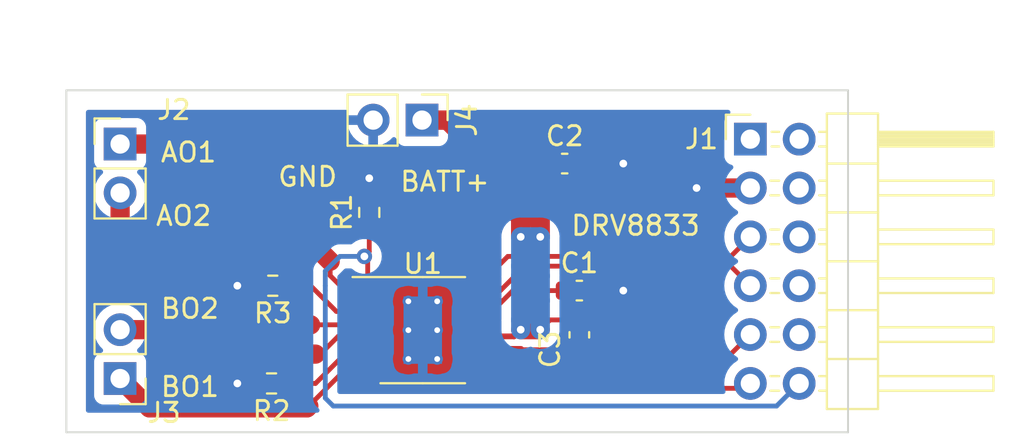
<source format=kicad_pcb>
(kicad_pcb (version 20221018) (generator pcbnew)
  (layers (0 "F.Cu" signal) (31 "B.Cu" signal) (34 "B.Paste" user) (35 "F.Paste" user) (36 "B.SilkS" user "B.Silkscreen") (37 "F.SilkS" user "F.Silkscreen") (38 "B.Mask" user) (39 "F.Mask" user) (44 "Edge.Cuts" user))
  (net 0 "")
  (net 1 "GND")
  (net 3 "Net-(J1-Pin_9)")
  (net 5 "Net-(J1-Pin_5)")
  (net 7 "Net-(J1-Pin_7)")
  (net 10 "Net-(J1-Pin_11)")
  (net 11 "Net-(U1-VINT)")
  (net 12 "+BATT")
  (net 13 "+3.3V")
  (net 14 "nSLEEP")
  (net 15 "Net-(J2-Pin_1)")
  (net 16 "Net-(J2-Pin_2)")
  (net 17 "Net-(J3-Pin_1)")
  (net 18 "Net-(J3-Pin_2)")
  (net 19 "Net-(U1-AISEN)")
  (net 20 "Net-(U1-BISEN)")
  (net 22 "Net-(U1-VCP)")
  (footprint "Resistor_SMD:R_0603_1608Metric" (layer "F.Cu") (at 114.808 62.23 90)
    (fp_text reference "R1" (at 0 -1.43 90) (layer "F.SilkS"))
    (fp_text value "10k")
    (fp_line (start -0.237258 -0.5225) (end 0.237258 -0.5225) (stroke (width 0.12)) (layer "F.SilkS"))
    (fp_line (start -0.237258 0.5225) (end 0.237258 0.5225) (stroke (width 0.12)) (layer "F.SilkS"))
    (pad "1" smd roundrect (at -0.825 0 90) (size 0.8 0.95) (layers "F.Cu" "F.Paste" "F.Mask") (net 14 "nSLEEP"))
    (pad "2" smd roundrect (at 0.825 0 90) (size 0.8 0.95) (layers "F.Cu" "F.Paste" "F.Mask") (net 1 "GND"))
  )
  (footprint "Connector_PinHeader_2.54mm:PinHeader_2x06_P2.54mm_Horizontal" (layer "F.Cu") (at 134.62 58.42)
    (fp_text reference "J1" (at -2.54 0) (layer "F.SilkS"))
    (fp_text value "Conn_02x06_Odd_Even")
    (fp_line (start -1.27 -1.27) (end 0 -1.27) (stroke (width 0.12)) (layer "F.SilkS"))
    (fp_line (start -1.27 0) (end -1.27 -1.27) (stroke (width 0.12)) (layer "F.SilkS"))
    (fp_line (start 1.042929 2.16) (end 1.497071 2.16) (stroke (width 0.12)) (layer "F.SilkS"))
    (fp_line (start 1.042929 2.92) (end 1.497071 2.92) (stroke (width 0.12)) (layer "F.SilkS"))
    (fp_line (start 1.042929 4.7) (end 1.497071 4.7) (stroke (width 0.12)) (layer "F.SilkS"))
    (fp_line (start 1.042929 5.46) (end 1.497071 5.46) (stroke (width 0.12)) (layer "F.SilkS"))
    (fp_line (start 1.042929 7.24) (end 1.497071 7.24) (stroke (width 0.12)) (layer "F.SilkS"))
    (fp_line (start 1.042929 8) (end 1.497071 8) (stroke (width 0.12)) (layer "F.SilkS"))
    (fp_line (start 1.042929 9.78) (end 1.497071 9.78) (stroke (width 0.12)) (layer "F.SilkS"))
    (fp_line (start 1.042929 10.54) (end 1.497071 10.54) (stroke (width 0.12)) (layer "F.SilkS"))
    (fp_line (start 1.042929 12.32) (end 1.497071 12.32) (stroke (width 0.12)) (layer "F.SilkS"))
    (fp_line (start 1.042929 13.08) (end 1.497071 13.08) (stroke (width 0.12)) (layer "F.SilkS"))
    (fp_line (start 1.11 -0.38) (end 1.497071 -0.38) (stroke (width 0.12)) (layer "F.SilkS"))
    (fp_line (start 1.11 0.38) (end 1.497071 0.38) (stroke (width 0.12)) (layer "F.SilkS"))
    (fp_line (start 3.582929 -0.38) (end 3.98 -0.38) (stroke (width 0.12)) (layer "F.SilkS"))
    (fp_line (start 3.582929 0.38) (end 3.98 0.38) (stroke (width 0.12)) (layer "F.SilkS"))
    (fp_line (start 3.582929 2.16) (end 3.98 2.16) (stroke (width 0.12)) (layer "F.SilkS"))
    (fp_line (start 3.582929 2.92) (end 3.98 2.92) (stroke (width 0.12)) (layer "F.SilkS"))
    (fp_line (start 3.582929 4.7) (end 3.98 4.7) (stroke (width 0.12)) (layer "F.SilkS"))
    (fp_line (start 3.582929 5.46) (end 3.98 5.46) (stroke (width 0.12)) (layer "F.SilkS"))
    (fp_line (start 3.582929 7.24) (end 3.98 7.24) (stroke (width 0.12)) (layer "F.SilkS"))
    (fp_line (start 3.582929 8) (end 3.98 8) (stroke (width 0.12)) (layer "F.SilkS"))
    (fp_line (start 3.582929 9.78) (end 3.98 9.78) (stroke (width 0.12)) (layer "F.SilkS"))
    (fp_line (start 3.582929 10.54) (end 3.98 10.54) (stroke (width 0.12)) (layer "F.SilkS"))
    (fp_line (start 3.582929 12.32) (end 3.98 12.32) (stroke (width 0.12)) (layer "F.SilkS"))
    (fp_line (start 3.582929 13.08) (end 3.98 13.08) (stroke (width 0.12)) (layer "F.SilkS"))
    (fp_line (start 3.98 -1.33) (end 3.98 14.03) (stroke (width 0.12)) (layer "F.SilkS"))
    (fp_line (start 3.98 1.27) (end 6.64 1.27) (stroke (width 0.12)) (layer "F.SilkS"))
    (fp_line (start 3.98 3.81) (end 6.64 3.81) (stroke (width 0.12)) (layer "F.SilkS"))
    (fp_line (start 3.98 6.35) (end 6.64 6.35) (stroke (width 0.12)) (layer "F.SilkS"))
    (fp_line (start 3.98 8.89) (end 6.64 8.89) (stroke (width 0.12)) (layer "F.SilkS"))
    (fp_line (start 3.98 11.43) (end 6.64 11.43) (stroke (width 0.12)) (layer "F.SilkS"))
    (fp_line (start 3.98 14.03) (end 6.64 14.03) (stroke (width 0.12)) (layer "F.SilkS"))
    (fp_line (start 6.64 -1.33) (end 3.98 -1.33) (stroke (width 0.12)) (layer "F.SilkS"))
    (fp_line (start 6.64 -0.38) (end 12.64 -0.38) (stroke (width 0.12)) (layer "F.SilkS"))
    (fp_line (start 6.64 -0.32) (end 12.64 -0.32) (stroke (width 0.12)) (layer "F.SilkS"))
    (fp_line (start 6.64 -0.2) (end 12.64 -0.2) (stroke (width 0.12)) (layer "F.SilkS"))
    (fp_line (start 6.64 -0.08) (end 12.64 -0.08) (stroke (width 0.12)) (layer "F.SilkS"))
    (fp_line (start 6.64 0.04) (end 12.64 0.04) (stroke (width 0.12)) (layer "F.SilkS"))
    (fp_line (start 6.64 0.16) (end 12.64 0.16) (stroke (width 0.12)) (layer "F.SilkS"))
    (fp_line (start 6.64 0.28) (end 12.64 0.28) (stroke (width 0.12)) (layer "F.SilkS"))
    (fp_line (start 6.64 2.16) (end 12.64 2.16) (stroke (width 0.12)) (layer "F.SilkS"))
    (fp_line (start 6.64 4.7) (end 12.64 4.7) (stroke (width 0.12)) (layer "F.SilkS"))
    (fp_line (start 6.64 7.24) (end 12.64 7.24) (stroke (width 0.12)) (layer "F.SilkS"))
    (fp_line (start 6.64 9.78) (end 12.64 9.78) (stroke (width 0.12)) (layer "F.SilkS"))
    (fp_line (start 6.64 12.32) (end 12.64 12.32) (stroke (width 0.12)) (layer "F.SilkS"))
    (fp_line (start 6.64 14.03) (end 6.64 -1.33) (stroke (width 0.12)) (layer "F.SilkS"))
    (fp_line (start 12.64 -0.38) (end 12.64 0.38) (stroke (width 0.12)) (layer "F.SilkS"))
    (fp_line (start 12.64 0.38) (end 6.64 0.38) (stroke (width 0.12)) (layer "F.SilkS"))
    (fp_line (start 12.64 2.16) (end 12.64 2.92) (stroke (width 0.12)) (layer "F.SilkS"))
    (fp_line (start 12.64 2.92) (end 6.64 2.92) (stroke (width 0.12)) (layer "F.SilkS"))
    (fp_line (start 12.64 4.7) (end 12.64 5.46) (stroke (width 0.12)) (layer "F.SilkS"))
    (fp_line (start 12.64 5.46) (end 6.64 5.46) (stroke (width 0.12)) (layer "F.SilkS"))
    (fp_line (start 12.64 7.24) (end 12.64 8) (stroke (width 0.12)) (layer "F.SilkS"))
    (fp_line (start 12.64 8) (end 6.64 8) (stroke (width 0.12)) (layer "F.SilkS"))
    (fp_line (start 12.64 9.78) (end 12.64 10.54) (stroke (width 0.12)) (layer "F.SilkS"))
    (fp_line (start 12.64 10.54) (end 6.64 10.54) (stroke (width 0.12)) (layer "F.SilkS"))
    (fp_line (start 12.64 12.32) (end 12.64 13.08) (stroke (width 0.12)) (layer "F.SilkS"))
    (fp_line (start 12.64 13.08) (end 6.64 13.08) (stroke (width 0.12)) (layer "F.SilkS"))
    (pad "1" thru_hole rect (at 0 0) (size 1.7 1.7) (drill 1) (layers "*.Cu" "*.Mask") (net 13 "+3.3V"))
    (pad "2" thru_hole oval (at 2.54 0) (size 1.7 1.7) (drill 1) (layers "*.Cu" "*.Mask"))
    (pad "3" thru_hole oval (at 0 2.54) (size 1.7 1.7) (drill 1) (layers "*.Cu" "*.Mask") (net 1 "GND"))
    (pad "4" thru_hole oval (at 2.54 2.54) (size 1.7 1.7) (drill 1) (layers "*.Cu" "*.Mask"))
    (pad "5" thru_hole oval (at 0 5.08) (size 1.7 1.7) (drill 1) (layers "*.Cu" "*.Mask") (net 5 "Net-(J1-Pin_5)"))
    (pad "6" thru_hole oval (at 2.54 5.08) (size 1.7 1.7) (drill 1) (layers "*.Cu" "*.Mask"))
    (pad "7" thru_hole oval (at 0 7.62) (size 1.7 1.7) (drill 1) (layers "*.Cu" "*.Mask") (net 7 "Net-(J1-Pin_7)"))
    (pad "8" thru_hole oval (at 2.54 7.62) (size 1.7 1.7) (drill 1) (layers "*.Cu" "*.Mask"))
    (pad "9" thru_hole oval (at 0 10.16) (size 1.7 1.7) (drill 1) (layers "*.Cu" "*.Mask") (net 3 "Net-(J1-Pin_9)"))
    (pad "10" thru_hole oval (at 2.54 10.16) (size 1.7 1.7) (drill 1) (layers "*.Cu" "*.Mask"))
    (pad "11" thru_hole oval (at 0 12.7) (size 1.7 1.7) (drill 1) (layers "*.Cu" "*.Mask") (net 10 "Net-(J1-Pin_11)"))
    (pad "12" thru_hole oval (at 2.54 12.7) (size 1.7 1.7) (drill 1) (layers "*.Cu" "*.Mask") (net 14 "nSLEEP"))
  )
  (footprint "Resistor_SMD:R_0603_1608Metric" (layer "F.Cu") (at 109.728 71.12 180)
    (fp_text reference "R2" (at 0 -1.43) (layer "F.SilkS"))
    (fp_text value "0")
    (fp_line (start -0.237258 -0.5225) (end 0.237258 -0.5225) (stroke (width 0.12)) (layer "F.SilkS"))
    (fp_line (start -0.237258 0.5225) (end 0.237258 0.5225) (stroke (width 0.12)) (layer "F.SilkS"))
    (pad "1" smd roundrect (at -0.825 0 180) (size 0.8 0.95) (layers "F.Cu" "F.Paste" "F.Mask") (net 20 "Net-(U1-BISEN)"))
    (pad "2" smd roundrect (at 0.825 0 180) (size 0.8 0.95) (layers "F.Cu" "F.Paste" "F.Mask") (net 1 "GND"))
  )
  (footprint "Connector_PinHeader_2.54mm:PinHeader_1x02_P2.54mm_Vertical" (layer "F.Cu") (at 101.854 70.866 180)
    (fp_text reference "J3" (at -2.286 -1.778) (layer "F.SilkS"))
    (fp_text value "Conn_01x02_Pin")
    (fp_line (start -1.33 -1.33) (end 0 -1.33) (stroke (width 0.12)) (layer "F.SilkS"))
    (fp_line (start -1.33 0) (end -1.33 -1.33) (stroke (width 0.12)) (layer "F.SilkS"))
    (fp_line (start -1.33 1.27) (end -1.33 3.87) (stroke (width 0.12)) (layer "F.SilkS"))
    (fp_line (start -1.33 1.27) (end 1.33 1.27) (stroke (width 0.12)) (layer "F.SilkS"))
    (fp_line (start -1.33 3.87) (end 1.33 3.87) (stroke (width 0.12)) (layer "F.SilkS"))
    (fp_line (start 1.33 1.27) (end 1.33 3.87) (stroke (width 0.12)) (layer "F.SilkS"))
    (pad "1" thru_hole rect (at 0 0 180) (size 1.7 1.7) (drill 1) (layers "*.Cu" "*.Mask") (net 17 "Net-(J3-Pin_1)"))
    (pad "2" thru_hole oval (at 0 2.54 180) (size 1.7 1.7) (drill 1) (layers "*.Cu" "*.Mask") (net 18 "Net-(J3-Pin_2)"))
  )
  (footprint "Capacitor_SMD:C_0603_1608Metric" (layer "F.Cu") (at 124.968 59.69)
    (fp_text reference "C2" (at 0 -1.43) (layer "F.SilkS"))
    (fp_text value "10u")
    (fp_line (start -0.14058 -0.51) (end 0.14058 -0.51) (stroke (width 0.12)) (layer "F.SilkS"))
    (fp_line (start -0.14058 0.51) (end 0.14058 0.51) (stroke (width 0.12)) (layer "F.SilkS"))
    (pad "1" smd roundrect (at -0.775 0) (size 0.9 0.95) (layers "F.Cu" "F.Paste" "F.Mask") (net 12 "+BATT"))
    (pad "2" smd roundrect (at 0.775 0) (size 0.9 0.95) (layers "F.Cu" "F.Paste" "F.Mask") (net 1 "GND"))
  )
  (footprint "Package_SO:HTSSOP-16-1EP_4.4x5mm_P0.65mm_EP3.4x5mm_Mask2.46x2.31mm_ThermalVias" (layer "F.Cu") (at 117.59 68.35)
    (fp_text reference "U1" (at 0 -3.45) (layer "F.SilkS"))
    (fp_text value "DRV8833PWP")
    (fp_line (start 0 -2.76) (end -3.65 -2.76) (stroke (width 0.12)) (layer "F.SilkS"))
    (fp_line (start 0 -2.76) (end 2.2 -2.76) (stroke (width 0.12)) (layer "F.SilkS"))
    (fp_line (start 0 2.76) (end -2.2 2.76) (stroke (width 0.12)) (layer "F.SilkS"))
    (fp_line (start 0 2.76) (end 2.2 2.76) (stroke (width 0.12)) (layer "F.SilkS"))
    (pad "1" smd roundrect (at -2.8625 -2.275) (size 1.575 0.4) (layers "F.Cu" "F.Paste" "F.Mask") (net 14 "nSLEEP"))
    (pad "2" smd roundrect (at -2.8625 -1.625) (size 1.575 0.4) (layers "F.Cu" "F.Paste" "F.Mask") (net 15 "Net-(J2-Pin_1)"))
    (pad "3" smd roundrect (at -2.8625 -0.975) (size 1.575 0.4) (layers "F.Cu" "F.Paste" "F.Mask") (net 19 "Net-(U1-AISEN)"))
    (pad "4" smd roundrect (at -2.8625 -0.325) (size 1.575 0.4) (layers "F.Cu" "F.Paste" "F.Mask") (net 16 "Net-(J2-Pin_2)"))
    (pad "5" smd roundrect (at -2.8625 0.325) (size 1.575 0.4) (layers "F.Cu" "F.Paste" "F.Mask") (net 18 "Net-(J3-Pin_2)"))
    (pad "6" smd roundrect (at -2.8625 0.975) (size 1.575 0.4) (layers "F.Cu" "F.Paste" "F.Mask") (net 20 "Net-(U1-BISEN)"))
    (pad "7" smd roundrect (at -2.8625 1.625) (size 1.575 0.4) (layers "F.Cu" "F.Paste" "F.Mask") (net 17 "Net-(J3-Pin_1)"))
    (pad "8" smd roundrect (at -2.8625 2.275) (size 1.575 0.4) (layers "F.Cu" "F.Paste" "F.Mask"))
    (pad "9" smd roundrect (at 2.8625 2.275) (size 1.575 0.4) (layers "F.Cu" "F.Paste" "F.Mask") (net 10 "Net-(J1-Pin_11)"))
    (pad "10" smd roundrect (at 2.8625 1.625) (size 1.575 0.4) (layers "F.Cu" "F.Paste" "F.Mask") (net 3 "Net-(J1-Pin_9)"))
    (pad "11" smd roundrect (at 2.8625 0.975) (size 1.575 0.4) (layers "F.Cu" "F.Paste" "F.Mask") (net 22 "Net-(U1-VCP)"))
    (pad "12" smd roundrect (at 2.8625 0.325) (size 1.575 0.4) (layers "F.Cu" "F.Paste" "F.Mask") (net 12 "+BATT"))
    (pad "13" smd roundrect (at 2.8625 -0.325) (size 1.575 0.4) (layers "F.Cu" "F.Paste" "F.Mask") (net 1 "GND"))
    (pad "14" smd roundrect (at 2.8625 -0.975) (size 1.575 0.4) (layers "F.Cu" "F.Paste" "F.Mask") (net 11 "Net-(U1-VINT)"))
    (pad "15" smd roundrect (at 2.8625 -1.625) (size 1.575 0.4) (layers "F.Cu" "F.Paste" "F.Mask") (net 7 "Net-(J1-Pin_7)"))
    (pad "16" smd roundrect (at 2.8625 -2.275) (size 1.575 0.4) (layers "F.Cu" "F.Paste" "F.Mask") (net 5 "Net-(J1-Pin_5)"))
    (pad "17" thru_hole circle (at -0.75 -1.5) (size 0.6 0.6) (drill 0.3) (layers "*.Cu") (net 1 "GND"))
    (pad "17" thru_hole circle (at -0.75 0) (size 0.6 0.6) (drill 0.3) (layers "*.Cu") (net 1 "GND"))
    (pad "17" thru_hole circle (at -0.75 1.5) (size 0.6 0.6) (drill 0.3) (layers "*.Cu") (net 1 "GND"))
    (pad "17" smd rect (at 0 0) (size 2 3.5) (layers "B.Cu") (net 1 "GND"))
    (pad "17" smd rect (at 0 0) (size 3.4 5) (layers "F.Cu") (net 1 "GND"))
    (pad "17" thru_hole circle (at 0.75 -1.5) (size 0.6 0.6) (drill 0.3) (layers "*.Cu") (net 1 "GND"))
    (pad "17" thru_hole circle (at 0.75 0) (size 0.6 0.6) (drill 0.3) (layers "*.Cu" "Eco2.User") (net 1 "GND"))
    (pad "17" thru_hole circle (at 0.75 1.5) (size 0.6 0.6) (drill 0.3) (layers "*.Cu") (net 1 "GND"))
  )
  (footprint "Connector_PinHeader_2.54mm:PinHeader_1x02_P2.54mm_Vertical" (layer "F.Cu") (at 101.854 58.674)
    (fp_text reference "J2" (at 2.794 -1.778) (layer "F.SilkS"))
    (fp_text value "Conn_01x02_Pin")
    (fp_line (start -1.33 -1.33) (end 0 -1.33) (stroke (width 0.12)) (layer "F.SilkS"))
    (fp_line (start -1.33 0) (end -1.33 -1.33) (stroke (width 0.12)) (layer "F.SilkS"))
    (fp_line (start -1.33 1.27) (end -1.33 3.87) (stroke (width 0.12)) (layer "F.SilkS"))
    (fp_line (start -1.33 1.27) (end 1.33 1.27) (stroke (width 0.12)) (layer "F.SilkS"))
    (fp_line (start -1.33 3.87) (end 1.33 3.87) (stroke (width 0.12)) (layer "F.SilkS"))
    (fp_line (start 1.33 1.27) (end 1.33 3.87) (stroke (width 0.12)) (layer "F.SilkS"))
    (pad "1" thru_hole rect (at 0 0) (size 1.7 1.7) (drill 1) (layers "*.Cu" "*.Mask") (net 15 "Net-(J2-Pin_1)"))
    (pad "2" thru_hole oval (at 0 2.54) (size 1.7 1.7) (drill 1) (layers "*.Cu" "*.Mask") (net 16 "Net-(J2-Pin_2)"))
  )
  (footprint "Connector_PinHeader_2.54mm:PinHeader_1x02_P2.54mm_Vertical" (layer "F.Cu") (at 117.5512 57.4294 -90)
    (fp_text reference "J4" (at 0 -2.33 90) (layer "F.SilkS"))
    (fp_text value "Conn_01x02_Pin")
    (fp_line (start -1.33 -1.33) (end 0 -1.33) (stroke (width 0.12)) (layer "F.SilkS"))
    (fp_line (start -1.33 0) (end -1.33 -1.33) (stroke (width 0.12)) (layer "F.SilkS"))
    (fp_line (start -1.33 1.27) (end -1.33 3.87) (stroke (width 0.12)) (layer "F.SilkS"))
    (fp_line (start -1.33 1.27) (end 1.33 1.27) (stroke (width 0.12)) (layer "F.SilkS"))
    (fp_line (start -1.33 3.87) (end 1.33 3.87) (stroke (width 0.12)) (layer "F.SilkS"))
    (fp_line (start 1.33 1.27) (end 1.33 3.87) (stroke (width 0.12)) (layer "F.SilkS"))
    (pad "1" thru_hole rect (at 0 0 270) (size 1.7 1.7) (drill 1) (layers "*.Cu" "*.Mask") (net 12 "+BATT"))
    (pad "2" thru_hole oval (at 0 2.54 270) (size 1.7 1.7) (drill 1) (layers "*.Cu" "*.Mask") (net 1 "GND"))
  )
  (footprint "Capacitor_SMD:C_0603_1608Metric" (layer "F.Cu") (at 125.73 68.593 -90)
    (fp_text reference "C3" (at 0.762 1.524 90) (layer "F.SilkS"))
    (fp_text value "0.1u")
    (fp_line (start -0.14058 -0.51) (end 0.14058 -0.51) (stroke (width 0.12)) (layer "F.SilkS"))
    (fp_line (start -0.14058 0.51) (end 0.14058 0.51) (stroke (width 0.12)) (layer "F.SilkS"))
    (pad "1" smd roundrect (at -0.775 0 270) (size 0.9 0.95) (layers "F.Cu" "F.Paste" "F.Mask") (net 12 "+BATT"))
    (pad "2" smd roundrect (at 0.775 0 270) (size 0.9 0.95) (layers "F.Cu" "F.Paste" "F.Mask") (net 22 "Net-(U1-VCP)"))
  )
  (footprint "Capacitor_SMD:C_0603_1608Metric" (layer "F.Cu") (at 125.73 66.294)
    (fp_text reference "C1" (at 0 -1.43) (layer "F.SilkS"))
    (fp_text value "2.2u")
    (fp_line (start -0.14058 -0.51) (end 0.14058 -0.51) (stroke (width 0.12)) (layer "F.SilkS"))
    (fp_line (start -0.14058 0.51) (end 0.14058 0.51) (stroke (width 0.12)) (layer "F.SilkS"))
    (pad "1" smd roundrect (at -0.775 0) (size 0.9 0.95) (layers "F.Cu" "F.Paste" "F.Mask") (net 11 "Net-(U1-VINT)"))
    (pad "2" smd roundrect (at 0.775 0) (size 0.9 0.95) (layers "F.Cu" "F.Paste" "F.Mask") (net 1 "GND"))
  )
  (footprint "Resistor_SMD:R_0603_1608Metric" (layer "F.Cu") (at 109.791 66.04 180)
    (fp_text reference "R3" (at 0 -1.43) (layer "F.SilkS"))
    (fp_text value "0")
    (fp_line (start -0.237258 -0.5225) (end 0.237258 -0.5225) (stroke (width 0.12)) (layer "F.SilkS"))
    (fp_line (start -0.237258 0.5225) (end 0.237258 0.5225) (stroke (width 0.12)) (layer "F.SilkS"))
    (pad "1" smd roundrect (at -0.825 0 180) (size 0.8 0.95) (layers "F.Cu" "F.Paste" "F.Mask") (net 19 "Net-(U1-AISEN)"))
    (pad "2" smd roundrect (at 0.825 0 180) (size 0.8 0.95) (layers "F.Cu" "F.Paste" "F.Mask") (net 1 "GND"))
  )
  (gr_line (start 99.06 55.88) (end 139.7 55.88) (stroke (width 0.1)) (layer "Edge.Cuts"))
  (gr_line (start 99.06 73.66) (end 99.06 55.88) (stroke (width 0.1)) (layer "Edge.Cuts"))
  (gr_line (start 99.06 73.66) (end 139.7 73.66) (stroke (width 0.1)) (layer "Edge.Cuts"))
  (gr_line (start 139.7 73.66) (end 139.7 55.88) (stroke (width 0.1)) (layer "Edge.Cuts"))
  (gr_text "BO2" (at 103.886 67.818) (layer "F.SilkS") (effects (font (size 1 1)) (justify left bottom)))
  (gr_text "DRV8833" (at 125.222 63.5) (layer "F.SilkS") (effects (font (size 1 1)) (justify left bottom)))
  (gr_text "AO1" (at 103.886 59.69) (layer "F.SilkS") (effects (font (size 1 1)) (justify left bottom)))
  (gr_text "BATT+" (at 116.332 61.214) (layer "F.SilkS") (effects (font (size 1 1)) (justify left bottom)))
  (gr_text "BO1" (at 103.886 71.882) (layer "F.SilkS") (effects (font (size 1 1)) (justify left bottom)))
  (gr_text "GND" (at 109.982 60.96) (layer "F.SilkS") (effects (font (size 1 1)) (justify left bottom)))
  (gr_text "AO2" (at 103.632 62.992) (layer "F.SilkS") (effects (font (size 1 1)) (justify left bottom)))
  (segment (start 125.743 59.69) (end 128.016 59.69) (width 1) (layer "F.Cu") (net 1))
  (segment (start 108.649 71.12) (end 107.95 71.12) (width 0.25) (layer "F.Cu") (net 1))
  (segment (start 118.665 68.025) (end 120.4525 68.025) (width 0.25) (layer "F.Cu") (net 1))
  (segment (start 118.364 68.326) (end 118.665 68.025) (width 0.25) (layer "F.Cu") (net 1))
  (segment (start 108.903 71.374) (end 108.649 71.12) (width 0.25) (layer "F.Cu") (net 1))
  (segment (start 114.808 60.452) (end 114.808 60.706) (width 0.25) (layer "F.Cu") (net 1))
  (segment (start 126.505 66.294) (end 128.016 66.294) (width 0.25) (layer "F.Cu") (net 1))
  (segment (start 114.808 61.405) (end 114.808 60.452) (width 0.25) (layer "F.Cu") (net 1))
  (segment (start 134.62 60.96) (end 131.826 60.96) (width 1) (layer "F.Cu") (net 1))
  (segment (start 108.966 66.04) (end 107.95 66.04) (width 0.25) (layer "F.Cu") (net 1))
  (via (at 128.016 59.69) (size 0.8) (drill 0.4) (layers "F.Cu" "B.Cu") (net 1))
  (via (at 131.826 60.96) (size 0.8) (drill 0.4) (layers "F.Cu" "B.Cu") (net 1))
  (via (at 107.95 71.12) (size 0.8) (drill 0.4) (layers "F.Cu" "B.Cu") (net 1))
  (via (at 114.808 60.452) (size 0.8) (drill 0.4) (layers "F.Cu" "B.Cu") (net 1))
  (via (at 107.95 66.04) (size 0.8) (drill 0.4) (layers "F.Cu" "B.Cu") (net 1))
  (via (at 128.016 66.294) (size 0.8) (drill 0.4) (layers "F.Cu" "B.Cu") (net 1))
  (segment (start 121.193812 69.975) (end 120.4525 69.975) (width 0.25) (layer "F.Cu") (net 3))
  (segment (start 134.62 68.58) (end 132.842 70.358) (width 0.25) (layer "F.Cu") (net 3))
  (segment (start 132.842 70.358) (end 121.576812 70.358) (width 0.25) (layer "F.Cu") (net 3))
  (segment (start 121.576812 70.358) (end 121.193812 69.975) (width 0.25) (layer "F.Cu") (net 3))
  (segment (start 134.62 63.5) (end 133.604 64.516) (width 0.25) (layer "F.Cu") (net 5))
  (segment (start 134.33 63.21) (end 134.62 63.5) (width 0.25) (layer "F.Cu") (net 5))
  (segment (start 122.0115 64.516) (end 120.4525 66.075) (width 0.25) (layer "F.Cu") (net 5))
  (segment (start 133.604 64.516) (end 122.0115 64.516) (width 0.25) (layer "F.Cu") (net 5))
  (segment (start 134.62 66.04) (end 133.604 65.024) (width 0.25) (layer "F.Cu") (net 7))
  (segment (start 121.193812 66.725) (end 120.4525 66.725) (width 0.25) (layer "F.Cu") (net 7))
  (segment (start 133.604 65.024) (end 122.894812 65.024) (width 0.25) (layer "F.Cu") (net 7))
  (segment (start 122.894812 65.024) (end 121.193812 66.725) (width 0.25) (layer "F.Cu") (net 7))
  (segment (start 121.2015 71.374) (end 120.4525 70.625) (width 0.25) (layer "F.Cu") (net 10))
  (segment (start 134.366 71.374) (end 121.2015 71.374) (width 0.25) (layer "F.Cu") (net 10))
  (segment (start 134.62 71.12) (end 134.366 71.374) (width 0.25) (layer "F.Cu") (net 10))
  (segment (start 124.955 66.294) (end 122.274812 66.294) (width 0.25) (layer "F.Cu") (net 11))
  (segment (start 122.274812 66.294) (end 121.193812 67.375) (width 0.25) (layer "F.Cu") (net 11))
  (segment (start 121.193812 67.375) (end 120.4525 67.375) (width 0.25) (layer "F.Cu") (net 11))
  (segment (start 120.5175 67.31) (end 120.4525 67.375) (width 0.25) (layer "F.Cu") (net 11))
  (segment (start 124.206 67.818) (end 123.698 68.326) (width 0.25) (layer "F.Cu") (net 12))
  (segment (start 122.682 68.326) (end 122.333 68.675) (width 0.3) (layer "F.Cu") (net 12))
  (segment (start 122.1486 61.9506) (end 122.1486 60.706) (width 1) (layer "F.Cu") (net 12))
  (segment (start 123.444 62.484) (end 123.698 62.23) (width 1) (layer "F.Cu") (net 12))
  (segment (start 122.682 61.468) (end 122.682 63.5) (width 1) (layer "F.Cu") (net 12))
  (segment (start 124.193 60.452) (end 123.19 60.452) (width 1) (layer "F.Cu") (net 12))
  (segment (start 123.698 61.468) (end 123.698 62.23) (width 1) (layer "F.Cu") (net 12))
  (segment (start 124.193 61.227) (end 123.952 61.468) (width 1) (layer "F.Cu") (net 12))
  (segment (start 123.19 60.452) (end 123.063 60.579) (width 1) (layer "F.Cu") (net 12))
  (segment (start 122.1486 61.9506) (end 122.682 62.484) (width 1) (layer "F.Cu") (net 12))
  (segment (start 122.1486 60.706) (end 122.1486 59.69) (width 1) (layer "F.Cu") (net 12))
  (segment (start 118.872 57.4294) (end 122.1486 60.706) (width 1) (layer "F.Cu") (net 12))
  (segment (start 117.5512 57.4294) (end 118.872 57.4294) (width 1) (layer "F.Cu") (net 12))
  (segment (start 122.333 68.675) (end 120.4525 68.675) (width 0.3) (layer "F.Cu") (net 12))
  (segment (start 119.888 57.4294) (end 117.5512 57.4294) (width 1) (layer "F.Cu") (net 12))
  (segment (start 121.7803 59.3217) (end 122.1486 59.69) (width 1) (layer "F.Cu") (net 12))
  (segment (start 122.682 62.484) (end 122.682 63.5) (width 1) (layer "F.Cu") (net 12))
  (segment (start 123.698 61.468) (end 122.682 61.468) (width 1) (layer "F.Cu") (net 12))
  (segment (start 124.193 59.69) (end 124.193 60.452) (width 1) (layer "F.Cu") (net 12))
  (segment (start 123.952 61.468) (end 123.063 60.579) (width 1) (layer "F.Cu") (net 12))
  (segment (start 123.698 61.468) (end 123.952 61.468) (width 1) (layer "F.Cu") (net 12))
  (segment (start 122.682 60.198) (end 122.682 61.468) (width 1) (layer "F.Cu") (net 12))
  (segment (start 123.698 62.23) (end 123.698 63.5) (width 1) (layer "F.Cu") (net 12))
  (segment (start 122.682 59.69) (end 122.682 60.198) (width 1) (layer "F.Cu") (net 12))
  (segment (start 123.063 60.579) (end 122.682 60.198) (width 1) (layer "F.Cu") (net 12))
  (segment (start 122.1486 59.69) (end 122.682 59.69) (width 1) (layer "F.Cu") (net 12))
  (segment (start 122.682 62.484) (end 123.444 62.484) (width 1) (layer "F.Cu") (net 12))
  (segment (start 125.73 67.818) (end 124.206 67.818) (width 0.25) (layer "F.Cu") (net 12))
  (segment (start 119.888 57.4294) (end 121.7803 59.3217) (width 1) (layer "F.Cu") (net 12))
  (segment (start 123.698 68.326) (end 122.682 68.326) (width 1) (layer "F.Cu") (net 12))
  (segment (start 122.682 59.69) (end 124.193 59.69) (width 1) (layer "F.Cu") (net 12))
  (segment (start 124.193 60.452) (end 124.193 61.227) (width 1) (layer "F.Cu") (net 12))
  (via (at 122.682 68.326) (size 0.8) (drill 0.4) (layers "F.Cu" "B.Cu") (net 12))
  (via (at 123.698 68.326) (size 0.8) (drill 0.4) (layers "F.Cu" "B.Cu") (net 12))
  (via (at 122.682 63.5) (size 0.8) (drill 0.4) (layers "F.Cu" "B.Cu") (net 12))
  (via (at 123.698 63.5) (size 0.8) (drill 0.4) (layers "F.Cu" "B.Cu") (net 12))
  (segment (start 122.682 65.024) (end 122.682 65.532) (width 1) (layer "B.Cu") (net 12))
  (segment (start 123.698 65.532) (end 122.682 65.532) (width 1) (layer "B.Cu") (net 12))
  (segment (start 123.698 66.294) (end 123.698 66.802) (width 1) (layer "B.Cu") (net 12))
  (segment (start 123.698 65.024) (end 123.698 65.532) (width 1) (layer "B.Cu") (net 12))
  (segment (start 123.698 63.5) (end 123.698 65.024) (width 1) (layer "B.Cu") (net 12))
  (segment (start 122.682 67.818) (end 122.682 66.294) (width 1) (layer "B.Cu") (net 12))
  (segment (start 123.698 66.802) (end 123.698 68.326) (width 1) (layer "B.Cu") (net 12))
  (segment (start 122.682 64.516) (end 122.682 65.024) (width 1) (layer "B.Cu") (net 12))
  (segment (start 123.698 65.024) (end 122.682 65.024) (width 1) (layer "B.Cu") (net 12))
  (segment (start 123.698 65.532) (end 123.698 66.294) (width 1) (layer "B.Cu") (net 12))
  (segment (start 122.682 66.294) (end 122.682 65.532) (width 1) (layer "B.Cu") (net 12))
  (segment (start 122.682 67.818) (end 122.682 68.326) (width 1) (layer "B.Cu") (net 12))
  (segment (start 123.698 63.5) (end 122.682 64.516) (width 1) (layer "B.Cu") (net 12))
  (segment (start 123.698 66.294) (end 122.682 66.294) (width 1) (layer "B.Cu") (net 12))
  (segment (start 122.682 63.5) (end 123.698 63.5) (width 1) (layer "B.Cu") (net 12))
  (segment (start 123.698 66.802) (end 122.682 67.818) (width 1) (layer "B.Cu") (net 12))
  (segment (start 122.682 63.5) (end 122.682 64.516) (width 1) (layer "B.Cu") (net 12))
  (segment (start 114.7275 66.075) (end 114.7275 64.6895) (width 0.25) (layer "F.Cu") (net 14))
  (segment (start 114.808 64.262) (end 114.554 64.516) (width 0.25) (layer "F.Cu") (net 14))
  (segment (start 114.7275 64.6895) (end 114.554 64.516) (width 0.25) (layer "F.Cu") (net 14))
  (segment (start 114.808 63.055) (end 114.808 64.262) (width 0.25) (layer "F.Cu") (net 14))
  (via (at 114.554 64.516) (size 0.8) (drill 0.4) (layers "F.Cu" "B.Cu") (net 14))
  (segment (start 112.522 66.04) (end 112.522 65.278) (width 0.25) (layer "B.Cu") (net 14))
  (segment (start 112.522 71.882) (end 112.935 72.295) (width 0.25) (layer "B.Cu") (net 14))
  (segment (start 112.522 66.294) (end 112.522 66.04) (width 0.25) (layer "B.Cu") (net 14))
  (segment (start 112.522 66.294) (end 112.522 71.882) (width 0.25) (layer "B.Cu") (net 14))
  (segment (start 112.522 65.278) (end 113.284 64.516) (width 0.25) (layer "B.Cu") (net 14))
  (segment (start 135.985 72.295) (end 137.16 71.12) (width 0.25) (layer "B.Cu") (net 14))
  (segment (start 113.284 64.516) (end 114.554 64.516) (width 0.25) (layer "B.Cu") (net 14))
  (segment (start 112.935 72.295) (end 135.985 72.295) (width 0.25) (layer "B.Cu") (net 14))
  (segment (start 106.68 58.674) (end 101.854 58.674) (width 1) (layer "F.Cu") (net 15))
  (segment (start 112.776 64.77) (end 106.68 58.674) (width 1) (layer "F.Cu") (net 15))
  (segment (start 112.776 65.514812) (end 113.986188 66.725) (width 0.25) (layer "F.Cu") (net 15))
  (segment (start 113.986188 66.725) (end 114.7275 66.725) (width 0.25) (layer "F.Cu") (net 15))
  (segment (start 112.776 64.77) (end 112.776 65.514812) (width 0.25) (layer "F.Cu") (net 15))
  (segment (start 113.986188 68.025) (end 114.7275 68.025) (width 0.25) (layer "F.Cu") (net 16))
  (segment (start 101.854 62.738) (end 101.854 61.214) (width 1) (layer "F.Cu") (net 16))
  (segment (start 111.76 68.072) (end 113.939188 68.072) (width 0.25) (layer "F.Cu") (net 16))
  (segment (start 111.76 68.072) (end 107.188 68.072) (width 1) (layer "F.Cu") (net 16))
  (segment (start 113.939188 68.072) (end 113.986188 68.025) (width 0.25) (layer "F.Cu") (net 16))
  (segment (start 107.188 68.072) (end 101.854 62.738) (width 1) (layer "F.Cu") (net 16))
  (segment (start 113.986188 69.975) (end 114.7275 69.975) (width 0.25) (layer "F.Cu") (net 17))
  (segment (start 103.378 72.39) (end 101.854 70.866) (width 1) (layer "F.Cu") (net 17))
  (segment (start 111.665594 72.295594) (end 111.571188 72.39) (width 1) (layer "F.Cu") (net 17))
  (segment (start 111.665594 72.295594) (end 113.986188 69.975) (width 0.25) (layer "F.Cu") (net 17))
  (segment (start 111.571188 72.39) (end 103.378 72.39) (width 1) (layer "F.Cu") (net 17))
  (segment (start 104.648 69.596) (end 112.014 69.596) (width 1) (layer "F.Cu") (net 18))
  (segment (start 113.189 68.675) (end 112.268 69.596) (width 0.25) (layer "F.Cu") (net 18))
  (segment (start 103.378 68.326) (end 104.648 69.596) (width 1) (layer "F.Cu") (net 18))
  (segment (start 114.7275 68.675) (end 113.189 68.675) (width 0.25) (layer "F.Cu") (net 18))
  (segment (start 101.854 68.326) (end 103.378 68.326) (width 1) (layer "F.Cu") (net 18))
  (segment (start 112.268 69.596) (end 112.014 69.596) (width 0.25) (layer "F.Cu") (net 18))
  (segment (start 111.76 66.04) (end 113.095 67.375) (width 0.25) (layer "F.Cu") (net 19))
  (segment (start 110.616 66.04) (end 111.76 66.04) (width 0.25) (layer "F.Cu") (net 19))
  (segment (start 113.095 67.375) (end 114.7275 67.375) (width 0.25) (layer "F.Cu") (net 19))
  (segment (start 112.014 71.12) (end 110.807 71.12) (width 0.25) (layer "F.Cu") (net 20))
  (segment (start 114.7275 69.325) (end 113.809 69.325) (width 0.25) (layer "F.Cu") (net 20))
  (segment (start 110.807 71.12) (end 110.553 71.374) (width 0.25) (layer "F.Cu") (net 20))
  (segment (start 113.809 69.325) (end 112.014 71.12) (width 0.25) (layer "F.Cu") (net 20))
  (segment (start 125.73 69.368) (end 122.742 69.368) (width 0.25) (layer "F.Cu") (net 22))
  (segment (start 120.4525 69.325) (end 122.699 69.325) (width 0.3) (layer "F.Cu") (net 22))
  (segment (start 122.742 69.368) (end 122.699 69.325) (width 0.25) (layer "F.Cu") (net 22))
  (zone (net 1) (net_name "GND") (layer "B.Cu") (connect_pads (clearance 0.5)) (min_thickness 0.25) (fill yes (thermal_gap 0.5) (thermal_bridge_width 0.5))
    (polygon (pts (xy 138.684 56.896) (xy 100.076 56.896) (xy 100.076 72.644) (xy 138.684 72.644)))
  )
)
</source>
